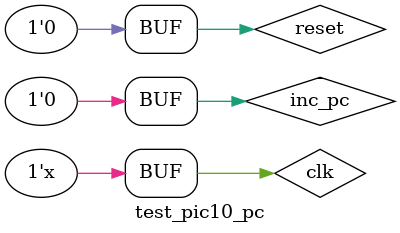
<source format=v>
module test_pic10_pc;

	wire [8:0] pc_bus;		// Relaciona el program memory.
	reg inc_pc = 0;			// Incremente el contador de programa
	reg reset = 0;			// Reset
	reg clk = 0;			// Reloj
	
	pic10_pc pc(
		pc_bus,				
		inc_pc,				
		reset,				
		clk);				

	// Generamos la señal de control.
	always #1 clk = ~clk;
	
	
// Confirmar reinicio de t = 5 a t = 10. El 'pc_bus' debería
// salida 9'b0 desde el siguiente borde positivo de clk.
	initial 
	begin
		reset <= #5 1;
		reset <= #10 0;
	end	

	// Cargue un valor conocido en el registro en t = 20.
// El valor conocido debe aparecer en 'pc_bus'
// en el siguiente posedge (clk).
// Incrementa el PC en t = 30.
	initial 
	begin
		inc_pc <= #30 1;
		inc_pc <= #32 0;
	end	
		
endmodule
</source>
